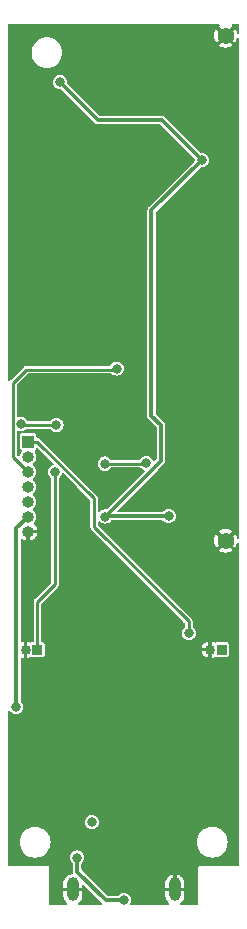
<source format=gbr>
%TF.GenerationSoftware,KiCad,Pcbnew,6.0.2*%
%TF.CreationDate,2022-05-05T15:49:36+02:00*%
%TF.ProjectId,espriktning,65737072-696b-4746-9e69-6e672e6b6963,rev?*%
%TF.SameCoordinates,Original*%
%TF.FileFunction,Copper,L2,Bot*%
%TF.FilePolarity,Positive*%
%FSLAX46Y46*%
G04 Gerber Fmt 4.6, Leading zero omitted, Abs format (unit mm)*
G04 Created by KiCad (PCBNEW 6.0.2) date 2022-05-05 15:49:36*
%MOMM*%
%LPD*%
G01*
G04 APERTURE LIST*
G04 Aperture macros list*
%AMRoundRect*
0 Rectangle with rounded corners*
0 $1 Rounding radius*
0 $2 $3 $4 $5 $6 $7 $8 $9 X,Y pos of 4 corners*
0 Add a 4 corners polygon primitive as box body*
4,1,4,$2,$3,$4,$5,$6,$7,$8,$9,$2,$3,0*
0 Add four circle primitives for the rounded corners*
1,1,$1+$1,$2,$3*
1,1,$1+$1,$4,$5*
1,1,$1+$1,$6,$7*
1,1,$1+$1,$8,$9*
0 Add four rect primitives between the rounded corners*
20,1,$1+$1,$2,$3,$4,$5,0*
20,1,$1+$1,$4,$5,$6,$7,0*
20,1,$1+$1,$6,$7,$8,$9,0*
20,1,$1+$1,$8,$9,$2,$3,0*%
G04 Aperture macros list end*
%TA.AperFunction,ComponentPad*%
%ADD10O,1.000000X1.000000*%
%TD*%
%TA.AperFunction,ComponentPad*%
%ADD11R,1.000000X1.000000*%
%TD*%
%TA.AperFunction,ComponentPad*%
%ADD12C,1.400000*%
%TD*%
%TA.AperFunction,ComponentPad*%
%ADD13RoundRect,0.500000X0.000000X-0.500000X0.000000X-0.500000X0.000000X0.500000X0.000000X0.500000X0*%
%TD*%
%TA.AperFunction,ComponentPad*%
%ADD14R,0.850000X0.850000*%
%TD*%
%TA.AperFunction,ComponentPad*%
%ADD15O,0.850000X0.850000*%
%TD*%
%TA.AperFunction,ViaPad*%
%ADD16C,0.800000*%
%TD*%
%TA.AperFunction,Conductor*%
%ADD17C,0.300000*%
%TD*%
%TA.AperFunction,Conductor*%
%ADD18C,0.350000*%
%TD*%
%TA.AperFunction,Conductor*%
%ADD19C,0.250000*%
%TD*%
G04 APERTURE END LIST*
D10*
%TO.P,J4,7,Pin_7*%
%TO.N,GND*%
X31900000Y-73195000D03*
%TO.P,J4,6,Pin_6*%
%TO.N,+5V*%
X31900000Y-71925000D03*
%TO.P,J4,5,Pin_5*%
%TO.N,+3V3*%
X31900000Y-70655000D03*
%TO.P,J4,4,Pin_4*%
%TO.N,ADC*%
X31900000Y-69385000D03*
%TO.P,J4,3,Pin_3*%
%TO.N,GPIO14*%
X31900000Y-68115000D03*
%TO.P,J4,2,Pin_2*%
%TO.N,RX*%
X31900000Y-66845000D03*
D11*
%TO.P,J4,1,Pin_1*%
%TO.N,TX*%
X31900000Y-65575000D03*
%TD*%
D12*
%TO.P,J7,1,Pin_1*%
%TO.N,GND*%
X48625000Y-31225000D03*
%TD*%
%TO.P,J6,1,Pin_1*%
%TO.N,GND*%
X48625000Y-73975000D03*
%TD*%
D13*
%TO.P,J1,S1,SHIELD*%
%TO.N,GND*%
X44320000Y-103500000D03*
X35680000Y-103500000D03*
%TD*%
D14*
%TO.P,SW1,1,1*%
%TO.N,RST*%
X32700000Y-83200000D03*
D15*
%TO.P,SW1,2,2*%
%TO.N,GND*%
X31700000Y-83200000D03*
%TD*%
D14*
%TO.P,SW2,1,1*%
%TO.N,GPIO0*%
X48300000Y-83200000D03*
D15*
%TO.P,SW2,2,2*%
%TO.N,GND*%
X47300000Y-83200000D03*
%TD*%
D16*
%TO.N,GND*%
X31400000Y-39500000D03*
X42350000Y-81900000D03*
X39400000Y-49850000D03*
X36300000Y-32700000D03*
X35050000Y-66100000D03*
X35350000Y-58100000D03*
X43200000Y-49850000D03*
X45450000Y-71150000D03*
X30950000Y-96000000D03*
X37050000Y-81900000D03*
X40900000Y-77900000D03*
X48950000Y-71150000D03*
X39400000Y-32700000D03*
X39400000Y-58100000D03*
X49300000Y-54100000D03*
X47625000Y-39675000D03*
X48600000Y-96600000D03*
X31850000Y-78000000D03*
X43150000Y-58100000D03*
X49300000Y-49850000D03*
X43150000Y-54100000D03*
X39400000Y-54100000D03*
X31050000Y-49850000D03*
X47700000Y-81900000D03*
X43800000Y-77900000D03*
X34300000Y-44400000D03*
X48800000Y-86900000D03*
X31900000Y-81900000D03*
X46400000Y-67100000D03*
X47650000Y-77900000D03*
X43425000Y-34875000D03*
X49300000Y-58100000D03*
X47350000Y-71150000D03*
X48950000Y-69900000D03*
X37100000Y-77900000D03*
X43200000Y-32700000D03*
X35300000Y-49850000D03*
X49350000Y-46700000D03*
X46650000Y-32650000D03*
X41300000Y-92700000D03*
X37650000Y-69275000D03*
X44100000Y-67100000D03*
X44100000Y-100800000D03*
X31050000Y-54150000D03*
X35350000Y-54150000D03*
X31050000Y-58100000D03*
%TO.N,+5V*%
X30900000Y-88050000D03*
X37300000Y-97800000D03*
X43800000Y-71900000D03*
X34600000Y-35150000D03*
X46600000Y-41750000D03*
X38425000Y-71925000D03*
%TO.N,GPIO14*%
X39400000Y-59400000D03*
%TO.N,TX*%
X45500000Y-81800000D03*
%TO.N,RST*%
X34300000Y-64175000D03*
X34175000Y-68150000D03*
X31297839Y-64089661D03*
%TO.N,+3V3*%
X38400000Y-67450000D03*
X41900000Y-67400000D03*
%TO.N,Net-(D19-Pad2)*%
X40000000Y-104400000D03*
X36050000Y-100800000D03*
%TD*%
D17*
%TO.N,+5V*%
X37800000Y-38350000D02*
X34600000Y-35150000D01*
X43200000Y-38350000D02*
X37800000Y-38350000D01*
X42350000Y-46000000D02*
X42350000Y-63390030D01*
X42649511Y-67710459D02*
X38434970Y-71925000D01*
X46600000Y-41750000D02*
X43200000Y-38350000D01*
X38434970Y-71925000D02*
X38425000Y-71925000D01*
X42350000Y-63390030D02*
X43150000Y-64190030D01*
D18*
X30900000Y-72925000D02*
X31900000Y-71925000D01*
D17*
X38450000Y-71900000D02*
X38425000Y-71925000D01*
X43800000Y-71900000D02*
X38450000Y-71900000D01*
X43150000Y-64190030D02*
X43150000Y-67200000D01*
X43150000Y-67200000D02*
X42649511Y-67700489D01*
X46600000Y-41750000D02*
X42350000Y-46000000D01*
D18*
X30900000Y-88050000D02*
X30900000Y-72925000D01*
D17*
X42649511Y-67700489D02*
X42649511Y-67710459D01*
D19*
%TO.N,GPIO14*%
X31762500Y-59487500D02*
X30650000Y-60600000D01*
X30650000Y-66865000D02*
X31900000Y-68115000D01*
X39400000Y-59400000D02*
X39312500Y-59487500D01*
X39312500Y-59487500D02*
X31762500Y-59487500D01*
X30650000Y-60600000D02*
X30650000Y-66865000D01*
%TO.N,TX*%
X37500000Y-70400000D02*
X32675000Y-65575000D01*
X45500000Y-81800000D02*
X45500000Y-80800000D01*
X37500000Y-72800000D02*
X37500000Y-70400000D01*
X45500000Y-80800000D02*
X37500000Y-72800000D01*
X32675000Y-65575000D02*
X31900000Y-65575000D01*
%TO.N,RST*%
X32700000Y-79150000D02*
X32700000Y-83200000D01*
X34200000Y-68400000D02*
X34200000Y-68700000D01*
X31297839Y-64089661D02*
X31383178Y-64175000D01*
X34200000Y-68400000D02*
X34200000Y-77650000D01*
X31383178Y-64175000D02*
X34300000Y-64175000D01*
X34200000Y-77650000D02*
X32700000Y-79150000D01*
%TO.N,+3V3*%
X41850000Y-67450000D02*
X38400000Y-67450000D01*
X41900000Y-67400000D02*
X41850000Y-67450000D01*
D18*
%TO.N,Net-(D19-Pad2)*%
X36050000Y-100800000D02*
X36050000Y-101991821D01*
X38458179Y-104400000D02*
X40000000Y-104400000D01*
X36050000Y-101991821D02*
X38458179Y-104400000D01*
%TD*%
%TA.AperFunction,Conductor*%
%TO.N,GND*%
G36*
X48083220Y-30218907D02*
G01*
X48119184Y-30268407D01*
X48119184Y-30329593D01*
X48079237Y-30381840D01*
X48071012Y-30387222D01*
X48043512Y-30409333D01*
X48036207Y-30420496D01*
X48036325Y-30422891D01*
X48038710Y-30426578D01*
X48613914Y-31001782D01*
X48625797Y-31007836D01*
X48630828Y-31007040D01*
X49208111Y-30429757D01*
X49214165Y-30417874D01*
X49213732Y-30415140D01*
X49211381Y-30412205D01*
X49190631Y-30395039D01*
X49182638Y-30389647D01*
X49176050Y-30386085D01*
X49133856Y-30341777D01*
X49125763Y-30281129D01*
X49154864Y-30227307D01*
X49210043Y-30200870D01*
X49223137Y-30200000D01*
X49701000Y-30200000D01*
X49759191Y-30218907D01*
X49795155Y-30268407D01*
X49800000Y-30299000D01*
X49800000Y-30986383D01*
X49781093Y-31044574D01*
X49731593Y-31080538D01*
X49670407Y-31080538D01*
X49620907Y-31044574D01*
X49606225Y-31014997D01*
X49555419Y-30846718D01*
X49551748Y-30837814D01*
X49464224Y-30673204D01*
X49458891Y-30665178D01*
X49440979Y-30643215D01*
X49429767Y-30635990D01*
X49427186Y-30636134D01*
X49423773Y-30638359D01*
X48848218Y-31213914D01*
X48842164Y-31225797D01*
X48842960Y-31230828D01*
X49421233Y-31809101D01*
X49433116Y-31815155D01*
X49436396Y-31814636D01*
X49438606Y-31812903D01*
X49442934Y-31807889D01*
X49448492Y-31800009D01*
X49540577Y-31637911D01*
X49544493Y-31629116D01*
X49603338Y-31452219D01*
X49604459Y-31447286D01*
X49635787Y-31394729D01*
X49692024Y-31370624D01*
X49751689Y-31384177D01*
X49791993Y-31430213D01*
X49800000Y-31469216D01*
X49800000Y-73736383D01*
X49781093Y-73794574D01*
X49731593Y-73830538D01*
X49670407Y-73830538D01*
X49620907Y-73794574D01*
X49606225Y-73764997D01*
X49555419Y-73596718D01*
X49551748Y-73587814D01*
X49464224Y-73423204D01*
X49458891Y-73415178D01*
X49440979Y-73393215D01*
X49429767Y-73385990D01*
X49427186Y-73386134D01*
X49423773Y-73388359D01*
X48848218Y-73963914D01*
X48842164Y-73975797D01*
X48842960Y-73980828D01*
X49421233Y-74559101D01*
X49433116Y-74565155D01*
X49436396Y-74564636D01*
X49438606Y-74562903D01*
X49442934Y-74557889D01*
X49448492Y-74550009D01*
X49540577Y-74387911D01*
X49544493Y-74379116D01*
X49603338Y-74202219D01*
X49604459Y-74197286D01*
X49635787Y-74144729D01*
X49692024Y-74120624D01*
X49751689Y-74134177D01*
X49791993Y-74180213D01*
X49800000Y-74219216D01*
X49800000Y-101401000D01*
X49781093Y-101459191D01*
X49731593Y-101495155D01*
X49701000Y-101500000D01*
X46505877Y-101500000D01*
X46454551Y-101499955D01*
X46444502Y-101504781D01*
X46444500Y-101504781D01*
X46443659Y-101505185D01*
X46422817Y-101512463D01*
X46421907Y-101512670D01*
X46421904Y-101512672D01*
X46411038Y-101515150D01*
X46402320Y-101522097D01*
X46401789Y-101522520D01*
X46382954Y-101534334D01*
X46382347Y-101534625D01*
X46382343Y-101534628D01*
X46372295Y-101539453D01*
X46364746Y-101548893D01*
X46349128Y-101564484D01*
X46339677Y-101572015D01*
X46334593Y-101582555D01*
X46334541Y-101582663D01*
X46322692Y-101601478D01*
X46322270Y-101602005D01*
X46322268Y-101602010D01*
X46315306Y-101610715D01*
X46312808Y-101621581D01*
X46312598Y-101622492D01*
X46305285Y-101643318D01*
X46300035Y-101654202D01*
X46300015Y-101677213D01*
X46298270Y-101677211D01*
X46298276Y-101677277D01*
X46300000Y-101677277D01*
X46300000Y-101694123D01*
X46299955Y-101745449D01*
X46299997Y-101745537D01*
X46300000Y-101745561D01*
X46300000Y-104701000D01*
X46281093Y-104759191D01*
X46231593Y-104795155D01*
X46201000Y-104800000D01*
X44882928Y-104800000D01*
X44824737Y-104781093D01*
X44788773Y-104731593D01*
X44788773Y-104670407D01*
X44821164Y-104623629D01*
X44884937Y-104572720D01*
X44892720Y-104564937D01*
X44997785Y-104433324D01*
X45003648Y-104424012D01*
X45076943Y-104272396D01*
X45080598Y-104262017D01*
X45118786Y-104096610D01*
X45119937Y-104088570D01*
X45120000Y-104086374D01*
X45120000Y-103665680D01*
X45115878Y-103652995D01*
X45111757Y-103650000D01*
X43535681Y-103650000D01*
X43522996Y-103654122D01*
X43520001Y-103658243D01*
X43520001Y-104086382D01*
X43520064Y-104088559D01*
X43521217Y-104096619D01*
X43559402Y-104262017D01*
X43563057Y-104272396D01*
X43636352Y-104424012D01*
X43642215Y-104433324D01*
X43747280Y-104564937D01*
X43755063Y-104572720D01*
X43818836Y-104623629D01*
X43852517Y-104674710D01*
X43849742Y-104735832D01*
X43811570Y-104783650D01*
X43757072Y-104800000D01*
X40632455Y-104800000D01*
X40574264Y-104781093D01*
X40538300Y-104731593D01*
X40538300Y-104670407D01*
X40540991Y-104663114D01*
X40551737Y-104637173D01*
X40585044Y-104556762D01*
X40605682Y-104400000D01*
X40585044Y-104243238D01*
X40524536Y-104097159D01*
X40428282Y-103971718D01*
X40302841Y-103875464D01*
X40156762Y-103814956D01*
X40000000Y-103794318D01*
X39843238Y-103814956D01*
X39697159Y-103875464D01*
X39571718Y-103971718D01*
X39567764Y-103976871D01*
X39560938Y-103985767D01*
X39510514Y-104020423D01*
X39482396Y-104024500D01*
X38654724Y-104024500D01*
X38596533Y-104005593D01*
X38584720Y-103995504D01*
X37923536Y-103334320D01*
X43520000Y-103334320D01*
X43524122Y-103347005D01*
X43528243Y-103350000D01*
X44154320Y-103350000D01*
X44167005Y-103345878D01*
X44170000Y-103341757D01*
X44170000Y-103334320D01*
X44470000Y-103334320D01*
X44474122Y-103347005D01*
X44478243Y-103350000D01*
X45104319Y-103350000D01*
X45117004Y-103345878D01*
X45119999Y-103341757D01*
X45119999Y-102913618D01*
X45119936Y-102911441D01*
X45118783Y-102903381D01*
X45080598Y-102737983D01*
X45076943Y-102727604D01*
X45003648Y-102575988D01*
X44997785Y-102566676D01*
X44892720Y-102435063D01*
X44884937Y-102427280D01*
X44753324Y-102322215D01*
X44744012Y-102316352D01*
X44592396Y-102243057D01*
X44582018Y-102239402D01*
X44485277Y-102217068D01*
X44472447Y-102218190D01*
X44470000Y-102227015D01*
X44470000Y-103334320D01*
X44170000Y-103334320D01*
X44170000Y-102229221D01*
X44166020Y-102216971D01*
X44156873Y-102216572D01*
X44057982Y-102239402D01*
X44047604Y-102243057D01*
X43895988Y-102316352D01*
X43886676Y-102322215D01*
X43755063Y-102427280D01*
X43747280Y-102435063D01*
X43642215Y-102566676D01*
X43636352Y-102575988D01*
X43563057Y-102727604D01*
X43559402Y-102737983D01*
X43521214Y-102903390D01*
X43520063Y-102911430D01*
X43520000Y-102913627D01*
X43520000Y-103334320D01*
X37923536Y-103334320D01*
X36454496Y-101865280D01*
X36426719Y-101810763D01*
X36425500Y-101795276D01*
X36425500Y-101317604D01*
X36444407Y-101259413D01*
X36464233Y-101239062D01*
X36473129Y-101232236D01*
X36478282Y-101228282D01*
X36574536Y-101102841D01*
X36635044Y-100956762D01*
X36655682Y-100800000D01*
X36635044Y-100643238D01*
X36574536Y-100497159D01*
X36478282Y-100371718D01*
X36352841Y-100275464D01*
X36206762Y-100214956D01*
X36050000Y-100194318D01*
X35893238Y-100214956D01*
X35747159Y-100275464D01*
X35621718Y-100371718D01*
X35525464Y-100497159D01*
X35464956Y-100643238D01*
X35444318Y-100800000D01*
X35464956Y-100956762D01*
X35525464Y-101102841D01*
X35621718Y-101228282D01*
X35626871Y-101232236D01*
X35635767Y-101239062D01*
X35670423Y-101289486D01*
X35674500Y-101317604D01*
X35674500Y-101941197D01*
X35672283Y-101962033D01*
X35669731Y-101973887D01*
X35670692Y-101982008D01*
X35670692Y-101982011D01*
X35673814Y-102008385D01*
X35674275Y-102016208D01*
X35674500Y-102018931D01*
X35674500Y-102023014D01*
X35675170Y-102027040D01*
X35675171Y-102027051D01*
X35677735Y-102042454D01*
X35678393Y-102047074D01*
X35683427Y-102089610D01*
X35671490Y-102149619D01*
X35626559Y-102191152D01*
X35595729Y-102198850D01*
X35595813Y-102199438D01*
X35583381Y-102201217D01*
X35417983Y-102239402D01*
X35407604Y-102243057D01*
X35255988Y-102316352D01*
X35246676Y-102322215D01*
X35115063Y-102427280D01*
X35107280Y-102435063D01*
X35002215Y-102566676D01*
X34996352Y-102575988D01*
X34923057Y-102727604D01*
X34919402Y-102737983D01*
X34881214Y-102903390D01*
X34880063Y-102911430D01*
X34880000Y-102913627D01*
X34880000Y-103334320D01*
X34884122Y-103347005D01*
X34888243Y-103350000D01*
X36464319Y-103350000D01*
X36477004Y-103345878D01*
X36479999Y-103341757D01*
X36479999Y-103191865D01*
X36498906Y-103133674D01*
X36548406Y-103097710D01*
X36609592Y-103097710D01*
X36649003Y-103121861D01*
X38156867Y-104629725D01*
X38170019Y-104646007D01*
X38170845Y-104647286D01*
X38186535Y-104706422D01*
X38164469Y-104763490D01*
X38113074Y-104796689D01*
X38087684Y-104800000D01*
X36242928Y-104800000D01*
X36184737Y-104781093D01*
X36148773Y-104731593D01*
X36148773Y-104670407D01*
X36181164Y-104623629D01*
X36244937Y-104572720D01*
X36252720Y-104564937D01*
X36357785Y-104433324D01*
X36363648Y-104424012D01*
X36436943Y-104272396D01*
X36440598Y-104262017D01*
X36478786Y-104096610D01*
X36479937Y-104088570D01*
X36480000Y-104086374D01*
X36480000Y-103665680D01*
X36475878Y-103652995D01*
X36471757Y-103650000D01*
X34895681Y-103650000D01*
X34882996Y-103654122D01*
X34880001Y-103658243D01*
X34880001Y-104086382D01*
X34880064Y-104088559D01*
X34881217Y-104096619D01*
X34919402Y-104262017D01*
X34923057Y-104272396D01*
X34996352Y-104424012D01*
X35002215Y-104433324D01*
X35107280Y-104564937D01*
X35115063Y-104572720D01*
X35178836Y-104623629D01*
X35212517Y-104674710D01*
X35209742Y-104735832D01*
X35171570Y-104783650D01*
X35117072Y-104800000D01*
X33799000Y-104800000D01*
X33740809Y-104781093D01*
X33704845Y-104731593D01*
X33700000Y-104701000D01*
X33700000Y-101705877D01*
X33700035Y-101665700D01*
X33700045Y-101654551D01*
X33695058Y-101644164D01*
X33694815Y-101643659D01*
X33687537Y-101622817D01*
X33687330Y-101621907D01*
X33687328Y-101621904D01*
X33684850Y-101611038D01*
X33677480Y-101601789D01*
X33665666Y-101582954D01*
X33665375Y-101582347D01*
X33665372Y-101582343D01*
X33660547Y-101572295D01*
X33651107Y-101564746D01*
X33635516Y-101549128D01*
X33627985Y-101539677D01*
X33617337Y-101534541D01*
X33598522Y-101522692D01*
X33597995Y-101522270D01*
X33597990Y-101522268D01*
X33589285Y-101515306D01*
X33577508Y-101512598D01*
X33556682Y-101505285D01*
X33555836Y-101504877D01*
X33545798Y-101500035D01*
X33534653Y-101500025D01*
X33534652Y-101500025D01*
X33522787Y-101500015D01*
X33522789Y-101498270D01*
X33522723Y-101498276D01*
X33522723Y-101500000D01*
X33505877Y-101500000D01*
X33454840Y-101499955D01*
X33454551Y-101499955D01*
X33454463Y-101499997D01*
X33454439Y-101500000D01*
X30299000Y-101500000D01*
X30240809Y-101481093D01*
X30204845Y-101431593D01*
X30200000Y-101401000D01*
X30200000Y-99500000D01*
X31194532Y-99500000D01*
X31214365Y-99726692D01*
X31273261Y-99946496D01*
X31369432Y-100152734D01*
X31371913Y-100156277D01*
X31371914Y-100156279D01*
X31455368Y-100275464D01*
X31499953Y-100339139D01*
X31660861Y-100500047D01*
X31847266Y-100630568D01*
X32053504Y-100726739D01*
X32142563Y-100750602D01*
X32269131Y-100784516D01*
X32269133Y-100784516D01*
X32273308Y-100785635D01*
X32317795Y-100789527D01*
X32441050Y-100800311D01*
X32441061Y-100800311D01*
X32443216Y-100800500D01*
X32556784Y-100800500D01*
X32558939Y-100800311D01*
X32558950Y-100800311D01*
X32682205Y-100789527D01*
X32726692Y-100785635D01*
X32730867Y-100784516D01*
X32730869Y-100784516D01*
X32857437Y-100750602D01*
X32946496Y-100726739D01*
X33152734Y-100630568D01*
X33339139Y-100500047D01*
X33500047Y-100339139D01*
X33544633Y-100275464D01*
X33628086Y-100156279D01*
X33628087Y-100156277D01*
X33630568Y-100152734D01*
X33726739Y-99946496D01*
X33785635Y-99726692D01*
X33805468Y-99500000D01*
X46194532Y-99500000D01*
X46214365Y-99726692D01*
X46273261Y-99946496D01*
X46369432Y-100152734D01*
X46371913Y-100156277D01*
X46371914Y-100156279D01*
X46455368Y-100275464D01*
X46499953Y-100339139D01*
X46660861Y-100500047D01*
X46847266Y-100630568D01*
X47053504Y-100726739D01*
X47142563Y-100750602D01*
X47269131Y-100784516D01*
X47269133Y-100784516D01*
X47273308Y-100785635D01*
X47317795Y-100789527D01*
X47441050Y-100800311D01*
X47441061Y-100800311D01*
X47443216Y-100800500D01*
X47556784Y-100800500D01*
X47558939Y-100800311D01*
X47558950Y-100800311D01*
X47682205Y-100789527D01*
X47726692Y-100785635D01*
X47730867Y-100784516D01*
X47730869Y-100784516D01*
X47857437Y-100750602D01*
X47946496Y-100726739D01*
X48152734Y-100630568D01*
X48339139Y-100500047D01*
X48500047Y-100339139D01*
X48544633Y-100275464D01*
X48628086Y-100156279D01*
X48628087Y-100156277D01*
X48630568Y-100152734D01*
X48726739Y-99946496D01*
X48785635Y-99726692D01*
X48805468Y-99500000D01*
X48785635Y-99273308D01*
X48726739Y-99053504D01*
X48630568Y-98847266D01*
X48500047Y-98660861D01*
X48339139Y-98499953D01*
X48203296Y-98404835D01*
X48156279Y-98371914D01*
X48156277Y-98371913D01*
X48152734Y-98369432D01*
X47946496Y-98273261D01*
X47793388Y-98232236D01*
X47730869Y-98215484D01*
X47730867Y-98215484D01*
X47726692Y-98214365D01*
X47682205Y-98210473D01*
X47558950Y-98199689D01*
X47558939Y-98199689D01*
X47556784Y-98199500D01*
X47443216Y-98199500D01*
X47441061Y-98199689D01*
X47441050Y-98199689D01*
X47317795Y-98210473D01*
X47273308Y-98214365D01*
X47269133Y-98215484D01*
X47269131Y-98215484D01*
X47206612Y-98232236D01*
X47053504Y-98273261D01*
X46847266Y-98369432D01*
X46843723Y-98371913D01*
X46843721Y-98371914D01*
X46796705Y-98404835D01*
X46660861Y-98499953D01*
X46499953Y-98660861D01*
X46369432Y-98847266D01*
X46273261Y-99053504D01*
X46214365Y-99273308D01*
X46194532Y-99500000D01*
X33805468Y-99500000D01*
X33785635Y-99273308D01*
X33726739Y-99053504D01*
X33630568Y-98847266D01*
X33500047Y-98660861D01*
X33339139Y-98499953D01*
X33203296Y-98404835D01*
X33156279Y-98371914D01*
X33156277Y-98371913D01*
X33152734Y-98369432D01*
X32946496Y-98273261D01*
X32793388Y-98232236D01*
X32730869Y-98215484D01*
X32730867Y-98215484D01*
X32726692Y-98214365D01*
X32682205Y-98210473D01*
X32558950Y-98199689D01*
X32558939Y-98199689D01*
X32556784Y-98199500D01*
X32443216Y-98199500D01*
X32441061Y-98199689D01*
X32441050Y-98199689D01*
X32317795Y-98210473D01*
X32273308Y-98214365D01*
X32269133Y-98215484D01*
X32269131Y-98215484D01*
X32206612Y-98232236D01*
X32053504Y-98273261D01*
X31847266Y-98369432D01*
X31843723Y-98371913D01*
X31843721Y-98371914D01*
X31796705Y-98404835D01*
X31660861Y-98499953D01*
X31499953Y-98660861D01*
X31369432Y-98847266D01*
X31273261Y-99053504D01*
X31214365Y-99273308D01*
X31194532Y-99500000D01*
X30200000Y-99500000D01*
X30200000Y-97800000D01*
X36694318Y-97800000D01*
X36714956Y-97956762D01*
X36775464Y-98102841D01*
X36871718Y-98228282D01*
X36997159Y-98324536D01*
X37143238Y-98385044D01*
X37300000Y-98405682D01*
X37456762Y-98385044D01*
X37602841Y-98324536D01*
X37728282Y-98228282D01*
X37824536Y-98102841D01*
X37885044Y-97956762D01*
X37905682Y-97800000D01*
X37885044Y-97643238D01*
X37824536Y-97497159D01*
X37728282Y-97371718D01*
X37602841Y-97275464D01*
X37456762Y-97214956D01*
X37300000Y-97194318D01*
X37143238Y-97214956D01*
X36997159Y-97275464D01*
X36871718Y-97371718D01*
X36775464Y-97497159D01*
X36714956Y-97643238D01*
X36694318Y-97800000D01*
X30200000Y-97800000D01*
X30200000Y-88415816D01*
X30218907Y-88357625D01*
X30268407Y-88321661D01*
X30329593Y-88321661D01*
X30377542Y-88355549D01*
X30471718Y-88478282D01*
X30597159Y-88574536D01*
X30743238Y-88635044D01*
X30900000Y-88655682D01*
X31056762Y-88635044D01*
X31202841Y-88574536D01*
X31328282Y-88478282D01*
X31424536Y-88352841D01*
X31485044Y-88206762D01*
X31505682Y-88050000D01*
X31485044Y-87893238D01*
X31424536Y-87747159D01*
X31328282Y-87621718D01*
X31314233Y-87610938D01*
X31279577Y-87560514D01*
X31275500Y-87532396D01*
X31275500Y-83958128D01*
X31294407Y-83899937D01*
X31343907Y-83863973D01*
X31409009Y-83865337D01*
X31518310Y-83905986D01*
X31528986Y-83908647D01*
X31534456Y-83909377D01*
X31547577Y-83906969D01*
X31548783Y-83905702D01*
X31550000Y-83900347D01*
X31550000Y-82502412D01*
X31545878Y-82489727D01*
X31543864Y-82488263D01*
X31542894Y-82488161D01*
X31538092Y-82489217D01*
X31406404Y-82534047D01*
X31345225Y-82534902D01*
X31295228Y-82499632D01*
X31275500Y-82440329D01*
X31275500Y-73925553D01*
X31294407Y-73867362D01*
X31343907Y-73831398D01*
X31405093Y-73831398D01*
X31428709Y-73842713D01*
X31532390Y-73910560D01*
X31542198Y-73915514D01*
X31700051Y-73974219D01*
X31710727Y-73976880D01*
X31734456Y-73980046D01*
X31747576Y-73977638D01*
X31748783Y-73976371D01*
X31750000Y-73971015D01*
X31750000Y-73969020D01*
X32050000Y-73969020D01*
X32054122Y-73981705D01*
X32056437Y-73983388D01*
X32058703Y-73983642D01*
X32067138Y-73981910D01*
X32227310Y-73929868D01*
X32237333Y-73925321D01*
X32381989Y-73839088D01*
X32390746Y-73832441D01*
X32512701Y-73716304D01*
X32519778Y-73707871D01*
X32612972Y-73567602D01*
X32617999Y-73557821D01*
X32677806Y-73400379D01*
X32680539Y-73389733D01*
X32684644Y-73360528D01*
X32682328Y-73347392D01*
X32681202Y-73346305D01*
X32675548Y-73345000D01*
X32065680Y-73345000D01*
X32052995Y-73349122D01*
X32050000Y-73353243D01*
X32050000Y-73969020D01*
X31750000Y-73969020D01*
X31750000Y-73144000D01*
X31768907Y-73085809D01*
X31818407Y-73049845D01*
X31849000Y-73045000D01*
X32672557Y-73045000D01*
X32685242Y-73040878D01*
X32686598Y-73039012D01*
X32687058Y-73034487D01*
X32685673Y-73022145D01*
X32683234Y-73011408D01*
X32627851Y-72852371D01*
X32623099Y-72842452D01*
X32533854Y-72699630D01*
X32527024Y-72691013D01*
X32408356Y-72571514D01*
X32405308Y-72569063D01*
X32371803Y-72517867D01*
X32374788Y-72456754D01*
X32403042Y-72416625D01*
X32414887Y-72406508D01*
X32419423Y-72402634D01*
X32454886Y-72353282D01*
X32514877Y-72269796D01*
X32514878Y-72269794D01*
X32518361Y-72264947D01*
X32578603Y-72115093D01*
X32579377Y-72113167D01*
X32579378Y-72113165D01*
X32581601Y-72107634D01*
X32582442Y-72101727D01*
X32605034Y-71942985D01*
X32605034Y-71942979D01*
X32605490Y-71939778D01*
X32605645Y-71925000D01*
X32585276Y-71756680D01*
X32525345Y-71598077D01*
X32521176Y-71592010D01*
X32432692Y-71463267D01*
X32429312Y-71458349D01*
X32322554Y-71363230D01*
X32291684Y-71310404D01*
X32297761Y-71249521D01*
X32324117Y-71214034D01*
X32414884Y-71136512D01*
X32414890Y-71136506D01*
X32419423Y-71132634D01*
X32422904Y-71127790D01*
X32514877Y-70999796D01*
X32514878Y-70999794D01*
X32518361Y-70994947D01*
X32581601Y-70837634D01*
X32605490Y-70669778D01*
X32605645Y-70655000D01*
X32594191Y-70560348D01*
X32585993Y-70492602D01*
X32585992Y-70492599D01*
X32585276Y-70486680D01*
X32525345Y-70328077D01*
X32497083Y-70286955D01*
X32432692Y-70193267D01*
X32429312Y-70188349D01*
X32322554Y-70093230D01*
X32291684Y-70040404D01*
X32297761Y-69979521D01*
X32324117Y-69944034D01*
X32414884Y-69866512D01*
X32414890Y-69866506D01*
X32419423Y-69862634D01*
X32422904Y-69857790D01*
X32514877Y-69729796D01*
X32514878Y-69729794D01*
X32518361Y-69724947D01*
X32581601Y-69567634D01*
X32605490Y-69399778D01*
X32605645Y-69385000D01*
X32585276Y-69216680D01*
X32525345Y-69058077D01*
X32429312Y-68918349D01*
X32322554Y-68823230D01*
X32291684Y-68770404D01*
X32297761Y-68709521D01*
X32324117Y-68674034D01*
X32414884Y-68596512D01*
X32414890Y-68596506D01*
X32419423Y-68592634D01*
X32426897Y-68582233D01*
X32514877Y-68459796D01*
X32514878Y-68459794D01*
X32518361Y-68454947D01*
X32581601Y-68297634D01*
X32585505Y-68270204D01*
X32605034Y-68132985D01*
X32605034Y-68132979D01*
X32605490Y-68129778D01*
X32605645Y-68115000D01*
X32590785Y-67992204D01*
X32585993Y-67952602D01*
X32585992Y-67952599D01*
X32585276Y-67946680D01*
X32525345Y-67788077D01*
X32519504Y-67779577D01*
X32432692Y-67653267D01*
X32429312Y-67648349D01*
X32322554Y-67553230D01*
X32291684Y-67500404D01*
X32297761Y-67439521D01*
X32324117Y-67404034D01*
X32414884Y-67326512D01*
X32414890Y-67326506D01*
X32419423Y-67322634D01*
X32422904Y-67317790D01*
X32514877Y-67189796D01*
X32514878Y-67189794D01*
X32518361Y-67184947D01*
X32549188Y-67108265D01*
X32579377Y-67033167D01*
X32579378Y-67033165D01*
X32581601Y-67027634D01*
X32583006Y-67017764D01*
X32605034Y-66862985D01*
X32605034Y-66862979D01*
X32605490Y-66859778D01*
X32605645Y-66845000D01*
X32592583Y-66737065D01*
X32585993Y-66682602D01*
X32585992Y-66682599D01*
X32585276Y-66676680D01*
X32525345Y-66518077D01*
X32447051Y-66404159D01*
X32429673Y-66345494D01*
X32450097Y-66287818D01*
X32479275Y-66265429D01*
X32478231Y-66263867D01*
X32536442Y-66224971D01*
X32544552Y-66219552D01*
X32588867Y-66153231D01*
X32590674Y-66144149D01*
X32630208Y-66097859D01*
X32689703Y-66083575D01*
X32746231Y-66106989D01*
X32751940Y-66112266D01*
X34045269Y-67405595D01*
X34073046Y-67460112D01*
X34063475Y-67520544D01*
X34020210Y-67563809D01*
X34013151Y-67567063D01*
X33872159Y-67625464D01*
X33746718Y-67721718D01*
X33650464Y-67847159D01*
X33589956Y-67993238D01*
X33589109Y-67999674D01*
X33571998Y-68129647D01*
X33569318Y-68150000D01*
X33589956Y-68306762D01*
X33650464Y-68452841D01*
X33746718Y-68578282D01*
X33785767Y-68608245D01*
X33835768Y-68646612D01*
X33870423Y-68697037D01*
X33874500Y-68725154D01*
X33874500Y-77474165D01*
X33855593Y-77532356D01*
X33845504Y-77544169D01*
X32482943Y-78906731D01*
X32476576Y-78912565D01*
X32446806Y-78937545D01*
X32442477Y-78945044D01*
X32427373Y-78971205D01*
X32422732Y-78978489D01*
X32400446Y-79010316D01*
X32398204Y-79018684D01*
X32395738Y-79023971D01*
X32393742Y-79029456D01*
X32389412Y-79036955D01*
X32387909Y-79045481D01*
X32387908Y-79045483D01*
X32382666Y-79075216D01*
X32380796Y-79083650D01*
X32370736Y-79121193D01*
X32371491Y-79129822D01*
X32374123Y-79159905D01*
X32374500Y-79168534D01*
X32374500Y-82475500D01*
X32355593Y-82533691D01*
X32306093Y-82569655D01*
X32275500Y-82574500D01*
X32255252Y-82574500D01*
X32229005Y-82579721D01*
X32206334Y-82584230D01*
X32206332Y-82584231D01*
X32196769Y-82586133D01*
X32188660Y-82591551D01*
X32179654Y-82595282D01*
X32178115Y-82591568D01*
X32137397Y-82603029D01*
X32088287Y-82587696D01*
X32024500Y-82547215D01*
X32014619Y-82542396D01*
X31871816Y-82491546D01*
X31864380Y-82489802D01*
X31852485Y-82492157D01*
X31851045Y-82493712D01*
X31850000Y-82498463D01*
X31850000Y-83897934D01*
X31853521Y-83908769D01*
X31864912Y-83908769D01*
X31996135Y-83866132D01*
X32006148Y-83861590D01*
X32090932Y-83811049D01*
X32150597Y-83797493D01*
X32178539Y-83807409D01*
X32179654Y-83804718D01*
X32188660Y-83808449D01*
X32196769Y-83813867D01*
X32206332Y-83815769D01*
X32206334Y-83815770D01*
X32229005Y-83820279D01*
X32255252Y-83825500D01*
X33144748Y-83825500D01*
X33170995Y-83820279D01*
X33193666Y-83815770D01*
X33193668Y-83815769D01*
X33203231Y-83813867D01*
X33269552Y-83769552D01*
X33313867Y-83703231D01*
X33325500Y-83644748D01*
X33325500Y-83355912D01*
X46587884Y-83355912D01*
X46588102Y-83356938D01*
X46635950Y-83500775D01*
X46640564Y-83510761D01*
X46719087Y-83640417D01*
X46725805Y-83649140D01*
X46831099Y-83758174D01*
X46839572Y-83765185D01*
X46966420Y-83848192D01*
X46976228Y-83853146D01*
X47118310Y-83905986D01*
X47128986Y-83908647D01*
X47134456Y-83909377D01*
X47147577Y-83906969D01*
X47148783Y-83905702D01*
X47150000Y-83900347D01*
X47150000Y-83897934D01*
X47450000Y-83897934D01*
X47453521Y-83908769D01*
X47464912Y-83908769D01*
X47596135Y-83866132D01*
X47606148Y-83861590D01*
X47690932Y-83811049D01*
X47750597Y-83797493D01*
X47778539Y-83807409D01*
X47779654Y-83804718D01*
X47788660Y-83808449D01*
X47796769Y-83813867D01*
X47806332Y-83815769D01*
X47806334Y-83815770D01*
X47829005Y-83820279D01*
X47855252Y-83825500D01*
X48744748Y-83825500D01*
X48770995Y-83820279D01*
X48793666Y-83815770D01*
X48793668Y-83815769D01*
X48803231Y-83813867D01*
X48869552Y-83769552D01*
X48913867Y-83703231D01*
X48925500Y-83644748D01*
X48925500Y-82755252D01*
X48913867Y-82696769D01*
X48869552Y-82630448D01*
X48803231Y-82586133D01*
X48793668Y-82584231D01*
X48793666Y-82584230D01*
X48770995Y-82579721D01*
X48744748Y-82574500D01*
X47855252Y-82574500D01*
X47829005Y-82579721D01*
X47806334Y-82584230D01*
X47806332Y-82584231D01*
X47796769Y-82586133D01*
X47788660Y-82591551D01*
X47779654Y-82595282D01*
X47778115Y-82591568D01*
X47737397Y-82603029D01*
X47688287Y-82587696D01*
X47624500Y-82547215D01*
X47614619Y-82542396D01*
X47471816Y-82491546D01*
X47464380Y-82489802D01*
X47452485Y-82492157D01*
X47451045Y-82493712D01*
X47450000Y-82498463D01*
X47450000Y-83897934D01*
X47150000Y-83897934D01*
X47150000Y-83365680D01*
X47145878Y-83352995D01*
X47141757Y-83350000D01*
X46601870Y-83350000D01*
X46589185Y-83354122D01*
X46587884Y-83355912D01*
X33325500Y-83355912D01*
X33325500Y-83034445D01*
X46590112Y-83034445D01*
X46592611Y-83047545D01*
X46594022Y-83048870D01*
X46599078Y-83050000D01*
X47134320Y-83050000D01*
X47147005Y-83045878D01*
X47150000Y-83041757D01*
X47150000Y-82502412D01*
X47145878Y-82489727D01*
X47143864Y-82488263D01*
X47142894Y-82488161D01*
X47138092Y-82489217D01*
X46994599Y-82538065D01*
X46984642Y-82542750D01*
X46855530Y-82622181D01*
X46846871Y-82628946D01*
X46738561Y-82735012D01*
X46731616Y-82743527D01*
X46649495Y-82870953D01*
X46644609Y-82880795D01*
X46592761Y-83023247D01*
X46590177Y-83033929D01*
X46590112Y-83034445D01*
X33325500Y-83034445D01*
X33325500Y-82755252D01*
X33313867Y-82696769D01*
X33269552Y-82630448D01*
X33203231Y-82586133D01*
X33193668Y-82584231D01*
X33193666Y-82584230D01*
X33170995Y-82579721D01*
X33144748Y-82574500D01*
X33124500Y-82574500D01*
X33066309Y-82555593D01*
X33030345Y-82506093D01*
X33025500Y-82475500D01*
X33025500Y-79325834D01*
X33044407Y-79267643D01*
X33054496Y-79255830D01*
X34417069Y-77893258D01*
X34423424Y-77887435D01*
X34453194Y-77862455D01*
X34472636Y-77828781D01*
X34477261Y-77821522D01*
X34494587Y-77796778D01*
X34494587Y-77796777D01*
X34499554Y-77789684D01*
X34501795Y-77781322D01*
X34504258Y-77776040D01*
X34506257Y-77770546D01*
X34510588Y-77763045D01*
X34517337Y-77724771D01*
X34519206Y-77716344D01*
X34527022Y-77687173D01*
X34527022Y-77687170D01*
X34529263Y-77678807D01*
X34525877Y-77640103D01*
X34525500Y-77631475D01*
X34525500Y-68686787D01*
X34544407Y-68628596D01*
X34564233Y-68608245D01*
X34598129Y-68582236D01*
X34603282Y-68578282D01*
X34699536Y-68452841D01*
X34757937Y-68311849D01*
X34797674Y-68265324D01*
X34857169Y-68251040D01*
X34913696Y-68274455D01*
X34919404Y-68279730D01*
X36036218Y-69396545D01*
X37145504Y-70505831D01*
X37173281Y-70560348D01*
X37174500Y-70575835D01*
X37174500Y-72781466D01*
X37174123Y-72790095D01*
X37170736Y-72828807D01*
X37172978Y-72837174D01*
X37180796Y-72866349D01*
X37182666Y-72874783D01*
X37189412Y-72913045D01*
X37193742Y-72920544D01*
X37195738Y-72926029D01*
X37198204Y-72931316D01*
X37200446Y-72939684D01*
X37221013Y-72969056D01*
X37222732Y-72971511D01*
X37227371Y-72978792D01*
X37246806Y-73012455D01*
X37276571Y-73037431D01*
X37282939Y-73043265D01*
X45145504Y-80905831D01*
X45173281Y-80960348D01*
X45174500Y-80975835D01*
X45174500Y-81244030D01*
X45155593Y-81302221D01*
X45135768Y-81322571D01*
X45071718Y-81371718D01*
X44975464Y-81497159D01*
X44914956Y-81643238D01*
X44894318Y-81800000D01*
X44914956Y-81956762D01*
X44975464Y-82102841D01*
X45071718Y-82228282D01*
X45197159Y-82324536D01*
X45343238Y-82385044D01*
X45500000Y-82405682D01*
X45656762Y-82385044D01*
X45802841Y-82324536D01*
X45928282Y-82228282D01*
X46024536Y-82102841D01*
X46085044Y-81956762D01*
X46105682Y-81800000D01*
X46085044Y-81643238D01*
X46024536Y-81497159D01*
X45928282Y-81371718D01*
X45864233Y-81322571D01*
X45829577Y-81272148D01*
X45825500Y-81244030D01*
X45825500Y-80818522D01*
X45825877Y-80809893D01*
X45828508Y-80779822D01*
X45829263Y-80771193D01*
X45819205Y-80733657D01*
X45817337Y-80725231D01*
X45815716Y-80716038D01*
X45810588Y-80686955D01*
X45806255Y-80679450D01*
X45804262Y-80673973D01*
X45801795Y-80668682D01*
X45799553Y-80660316D01*
X45777264Y-80628484D01*
X45772628Y-80621206D01*
X45757524Y-80595044D01*
X45757523Y-80595042D01*
X45753194Y-80587545D01*
X45723436Y-80562575D01*
X45717068Y-80556741D01*
X39943078Y-74782752D01*
X48035209Y-74782752D01*
X48035699Y-74785851D01*
X48037635Y-74788302D01*
X48047836Y-74796984D01*
X48055754Y-74802486D01*
X48218488Y-74893435D01*
X48227316Y-74897292D01*
X48404627Y-74954904D01*
X48414027Y-74956971D01*
X48599155Y-74979046D01*
X48608781Y-74979248D01*
X48794659Y-74964945D01*
X48804153Y-74963271D01*
X48983705Y-74913139D01*
X48992702Y-74909649D01*
X49159095Y-74825599D01*
X49167238Y-74820431D01*
X49206002Y-74790145D01*
X49213462Y-74779087D01*
X49213391Y-74777059D01*
X49210695Y-74772827D01*
X48636086Y-74198218D01*
X48624203Y-74192164D01*
X48619172Y-74192960D01*
X48041263Y-74770869D01*
X48035209Y-74782752D01*
X39943078Y-74782752D01*
X39126116Y-73965790D01*
X47620664Y-73965790D01*
X47636264Y-74151574D01*
X47638002Y-74161042D01*
X47689388Y-74340248D01*
X47692939Y-74349216D01*
X47778153Y-74515025D01*
X47783373Y-74523124D01*
X47809611Y-74556228D01*
X47820722Y-74563610D01*
X47822932Y-74563517D01*
X47826894Y-74560974D01*
X48401782Y-73986086D01*
X48407836Y-73974203D01*
X48407040Y-73969172D01*
X47829461Y-73391593D01*
X47817578Y-73385539D01*
X47814660Y-73386001D01*
X47811969Y-73388142D01*
X47799003Y-73403593D01*
X47793562Y-73411541D01*
X47703752Y-73574905D01*
X47699952Y-73583769D01*
X47643583Y-73761467D01*
X47641579Y-73770895D01*
X47620798Y-73956162D01*
X47620664Y-73965790D01*
X39126116Y-73965790D01*
X38330822Y-73170496D01*
X48036207Y-73170496D01*
X48036325Y-73172891D01*
X48038710Y-73176578D01*
X48613914Y-73751782D01*
X48625797Y-73757836D01*
X48630828Y-73757040D01*
X49208111Y-73179757D01*
X49214165Y-73167874D01*
X49213732Y-73165140D01*
X49211381Y-73162205D01*
X49190631Y-73145039D01*
X49182638Y-73139647D01*
X49018645Y-73050976D01*
X49009774Y-73047247D01*
X48831673Y-72992116D01*
X48822239Y-72990179D01*
X48636831Y-72970691D01*
X48627193Y-72970624D01*
X48441532Y-72987520D01*
X48432066Y-72989326D01*
X48253228Y-73041962D01*
X48244287Y-73045575D01*
X48079084Y-73131940D01*
X48071008Y-73137225D01*
X48043512Y-73159333D01*
X48036207Y-73170496D01*
X38330822Y-73170496D01*
X37854496Y-72694170D01*
X37826719Y-72639653D01*
X37825500Y-72624166D01*
X37825500Y-72419873D01*
X37844407Y-72361682D01*
X37893907Y-72325718D01*
X37955093Y-72325718D01*
X37993740Y-72349401D01*
X37996718Y-72353282D01*
X38122159Y-72449536D01*
X38268238Y-72510044D01*
X38425000Y-72530682D01*
X38581762Y-72510044D01*
X38727841Y-72449536D01*
X38853282Y-72353282D01*
X38902429Y-72289233D01*
X38952852Y-72254577D01*
X38980970Y-72250500D01*
X43263213Y-72250500D01*
X43321404Y-72269407D01*
X43341754Y-72289232D01*
X43371718Y-72328282D01*
X43497159Y-72424536D01*
X43643238Y-72485044D01*
X43800000Y-72505682D01*
X43956762Y-72485044D01*
X44102841Y-72424536D01*
X44228282Y-72328282D01*
X44324536Y-72202841D01*
X44385044Y-72056762D01*
X44405682Y-71900000D01*
X44385044Y-71743238D01*
X44324536Y-71597159D01*
X44228282Y-71471718D01*
X44102841Y-71375464D01*
X43956762Y-71314956D01*
X43800000Y-71294318D01*
X43643238Y-71314956D01*
X43497159Y-71375464D01*
X43371718Y-71471718D01*
X43367764Y-71476871D01*
X43341755Y-71510767D01*
X43291331Y-71545423D01*
X43263213Y-71549500D01*
X39545160Y-71549500D01*
X39486969Y-71530593D01*
X39451005Y-71481093D01*
X39451005Y-71419907D01*
X39475156Y-71380496D01*
X42863448Y-67992204D01*
X42879751Y-67979039D01*
X42881785Y-67977726D01*
X42881789Y-67977723D01*
X42888663Y-67973284D01*
X42908496Y-67948127D01*
X42912410Y-67943722D01*
X42912409Y-67943721D01*
X42915062Y-67940590D01*
X42917939Y-67937713D01*
X42928555Y-67922858D01*
X42931347Y-67919139D01*
X42945626Y-67901027D01*
X42953367Y-67892315D01*
X43363937Y-67481745D01*
X43380240Y-67468580D01*
X43382274Y-67467267D01*
X43382278Y-67467264D01*
X43389152Y-67462825D01*
X43408985Y-67437668D01*
X43412899Y-67433263D01*
X43412898Y-67433262D01*
X43415551Y-67430131D01*
X43418428Y-67427254D01*
X43429044Y-67412399D01*
X43431835Y-67408681D01*
X43456327Y-67377614D01*
X43456327Y-67377613D01*
X43461392Y-67371189D01*
X43463958Y-67363882D01*
X43464605Y-67362636D01*
X43469111Y-67356331D01*
X43482788Y-67310596D01*
X43484229Y-67306161D01*
X43497993Y-67266967D01*
X43497994Y-67266964D01*
X43500055Y-67261094D01*
X43500500Y-67255956D01*
X43500500Y-67253820D01*
X43500575Y-67252081D01*
X43500689Y-67250738D01*
X43502543Y-67244537D01*
X43500576Y-67194462D01*
X43500500Y-67190576D01*
X43500500Y-64237978D01*
X43502718Y-64217142D01*
X43503228Y-64214771D01*
X43504951Y-64206769D01*
X43501186Y-64174959D01*
X43500839Y-64169067D01*
X43500836Y-64169067D01*
X43500500Y-64165000D01*
X43500500Y-64160915D01*
X43499830Y-64156889D01*
X43499829Y-64156878D01*
X43497504Y-64142911D01*
X43496846Y-64138292D01*
X43492198Y-64099018D01*
X43492198Y-64099017D01*
X43491236Y-64090892D01*
X43487882Y-64083908D01*
X43487461Y-64082576D01*
X43486188Y-64074927D01*
X43463495Y-64032870D01*
X43461395Y-64028747D01*
X43443420Y-63991313D01*
X43443418Y-63991309D01*
X43440726Y-63985704D01*
X43437408Y-63981756D01*
X43435900Y-63980248D01*
X43434718Y-63978959D01*
X43433852Y-63977933D01*
X43430778Y-63972236D01*
X43424773Y-63966685D01*
X43424769Y-63966680D01*
X43393982Y-63938221D01*
X43391179Y-63935527D01*
X42729496Y-63273844D01*
X42701719Y-63219327D01*
X42700500Y-63203840D01*
X42700500Y-46186190D01*
X42719407Y-46127999D01*
X42729496Y-46116186D01*
X46468275Y-42377407D01*
X46522792Y-42349630D01*
X46551200Y-42349258D01*
X46593565Y-42354835D01*
X46593566Y-42354835D01*
X46600000Y-42355682D01*
X46756762Y-42335044D01*
X46902841Y-42274536D01*
X47028282Y-42178282D01*
X47124536Y-42052841D01*
X47185044Y-41906762D01*
X47205682Y-41750000D01*
X47185044Y-41593238D01*
X47124536Y-41447159D01*
X47028282Y-41321718D01*
X46902841Y-41225464D01*
X46756762Y-41164956D01*
X46600000Y-41144318D01*
X46593566Y-41145165D01*
X46593565Y-41145165D01*
X46551200Y-41150742D01*
X46491039Y-41139591D01*
X46468275Y-41122593D01*
X43481745Y-38136063D01*
X43468580Y-38119760D01*
X43467267Y-38117726D01*
X43467264Y-38117722D01*
X43462825Y-38110848D01*
X43437668Y-38091015D01*
X43433263Y-38087101D01*
X43433262Y-38087102D01*
X43430131Y-38084449D01*
X43427254Y-38081572D01*
X43412399Y-38070956D01*
X43408681Y-38068165D01*
X43377614Y-38043673D01*
X43377613Y-38043673D01*
X43371189Y-38038608D01*
X43363882Y-38036042D01*
X43362637Y-38035395D01*
X43356331Y-38030889D01*
X43324542Y-38021382D01*
X43310585Y-38017208D01*
X43306149Y-38015767D01*
X43266967Y-38002007D01*
X43266964Y-38002006D01*
X43261094Y-37999945D01*
X43255956Y-37999500D01*
X43253818Y-37999500D01*
X43252099Y-37999426D01*
X43250738Y-37999311D01*
X43244536Y-37997456D01*
X43236365Y-37997777D01*
X43194446Y-37999424D01*
X43190559Y-37999500D01*
X37986190Y-37999500D01*
X37927999Y-37980593D01*
X37916186Y-37970504D01*
X35227407Y-35281725D01*
X35199630Y-35227208D01*
X35199258Y-35198800D01*
X35204835Y-35156435D01*
X35204835Y-35156434D01*
X35205682Y-35150000D01*
X35185044Y-34993238D01*
X35124536Y-34847159D01*
X35028282Y-34721718D01*
X34902841Y-34625464D01*
X34756762Y-34564956D01*
X34600000Y-34544318D01*
X34443238Y-34564956D01*
X34297159Y-34625464D01*
X34171718Y-34721718D01*
X34075464Y-34847159D01*
X34014956Y-34993238D01*
X33994318Y-35150000D01*
X34014956Y-35306762D01*
X34075464Y-35452841D01*
X34171718Y-35578282D01*
X34297159Y-35674536D01*
X34443238Y-35735044D01*
X34600000Y-35755682D01*
X34606434Y-35754835D01*
X34606435Y-35754835D01*
X34648800Y-35749258D01*
X34708961Y-35760409D01*
X34731725Y-35777407D01*
X37518255Y-38563937D01*
X37531420Y-38580240D01*
X37532733Y-38582274D01*
X37532736Y-38582278D01*
X37537175Y-38589152D01*
X37562332Y-38608985D01*
X37566737Y-38612899D01*
X37566738Y-38612898D01*
X37569869Y-38615551D01*
X37572746Y-38618428D01*
X37587601Y-38629044D01*
X37591312Y-38631830D01*
X37628811Y-38661392D01*
X37636118Y-38663958D01*
X37637364Y-38664605D01*
X37643669Y-38669111D01*
X37689403Y-38682788D01*
X37693839Y-38684229D01*
X37733033Y-38697993D01*
X37733036Y-38697994D01*
X37738906Y-38700055D01*
X37744044Y-38700500D01*
X37746180Y-38700500D01*
X37747919Y-38700575D01*
X37749262Y-38700689D01*
X37755463Y-38702543D01*
X37763638Y-38702222D01*
X37763639Y-38702222D01*
X37805538Y-38700576D01*
X37809424Y-38700500D01*
X43013810Y-38700500D01*
X43072001Y-38719407D01*
X43083814Y-38729496D01*
X45972593Y-41618275D01*
X46000370Y-41672792D01*
X46000742Y-41701200D01*
X45995165Y-41743565D01*
X45994318Y-41750000D01*
X45995165Y-41756434D01*
X45995165Y-41756435D01*
X46000742Y-41798800D01*
X45989591Y-41858961D01*
X45972593Y-41881725D01*
X42136063Y-45718255D01*
X42119760Y-45731420D01*
X42117726Y-45732733D01*
X42117722Y-45732736D01*
X42110848Y-45737175D01*
X42091015Y-45762332D01*
X42087101Y-45766737D01*
X42087102Y-45766738D01*
X42084449Y-45769869D01*
X42081572Y-45772746D01*
X42070956Y-45787601D01*
X42068170Y-45791312D01*
X42038608Y-45828811D01*
X42036042Y-45836118D01*
X42035395Y-45837363D01*
X42030889Y-45843669D01*
X42028545Y-45851508D01*
X42017208Y-45889415D01*
X42015767Y-45893851D01*
X41999945Y-45938906D01*
X41999500Y-45944044D01*
X41999500Y-45946182D01*
X41999426Y-45947901D01*
X41999311Y-45949262D01*
X41997456Y-45955464D01*
X41997777Y-45963635D01*
X41999424Y-46005554D01*
X41999500Y-46009441D01*
X41999500Y-63342082D01*
X41997282Y-63362918D01*
X41995049Y-63373291D01*
X41996011Y-63381416D01*
X41998814Y-63405101D01*
X41999161Y-63410993D01*
X41999164Y-63410993D01*
X41999500Y-63415060D01*
X41999500Y-63419145D01*
X42000170Y-63423171D01*
X42000171Y-63423182D01*
X42002496Y-63437149D01*
X42003152Y-63441756D01*
X42008764Y-63489168D01*
X42012118Y-63496152D01*
X42012539Y-63497484D01*
X42013812Y-63505133D01*
X42036505Y-63547190D01*
X42038605Y-63551313D01*
X42056580Y-63588747D01*
X42056582Y-63588751D01*
X42059274Y-63594356D01*
X42062592Y-63598304D01*
X42064100Y-63599812D01*
X42065282Y-63601101D01*
X42066148Y-63602127D01*
X42069222Y-63607824D01*
X42075229Y-63613377D01*
X42106020Y-63641840D01*
X42108822Y-63644534D01*
X42449993Y-63985704D01*
X42770504Y-64306215D01*
X42798281Y-64360732D01*
X42799500Y-64376219D01*
X42799500Y-67013810D01*
X42780593Y-67072001D01*
X42770504Y-67083814D01*
X42626727Y-67227591D01*
X42572210Y-67255368D01*
X42511778Y-67245797D01*
X42468513Y-67202532D01*
X42465259Y-67195473D01*
X42463231Y-67190576D01*
X42424536Y-67097159D01*
X42328282Y-66971718D01*
X42202841Y-66875464D01*
X42056762Y-66814956D01*
X41900000Y-66794318D01*
X41743238Y-66814956D01*
X41597159Y-66875464D01*
X41471718Y-66971718D01*
X41467764Y-66976871D01*
X41384205Y-67085767D01*
X41333780Y-67120423D01*
X41305663Y-67124500D01*
X38955970Y-67124500D01*
X38897779Y-67105593D01*
X38877428Y-67085767D01*
X38875930Y-67083814D01*
X38828282Y-67021718D01*
X38702841Y-66925464D01*
X38556762Y-66864956D01*
X38400000Y-66844318D01*
X38243238Y-66864956D01*
X38097159Y-66925464D01*
X37971718Y-67021718D01*
X37875464Y-67147159D01*
X37814956Y-67293238D01*
X37794318Y-67450000D01*
X37814956Y-67606762D01*
X37875464Y-67752841D01*
X37971718Y-67878282D01*
X38097159Y-67974536D01*
X38243238Y-68035044D01*
X38400000Y-68055682D01*
X38556762Y-68035044D01*
X38702841Y-67974536D01*
X38828282Y-67878282D01*
X38877429Y-67814233D01*
X38927852Y-67779577D01*
X38955970Y-67775500D01*
X41382396Y-67775500D01*
X41440587Y-67794407D01*
X41460937Y-67814232D01*
X41471718Y-67828282D01*
X41597159Y-67924536D01*
X41702524Y-67968180D01*
X41749048Y-68007916D01*
X41763332Y-68067410D01*
X41739917Y-68123938D01*
X41734641Y-68129647D01*
X38565535Y-71298753D01*
X38511018Y-71326530D01*
X38482610Y-71326902D01*
X38431435Y-71320165D01*
X38431434Y-71320165D01*
X38425000Y-71319318D01*
X38268238Y-71339956D01*
X38122159Y-71400464D01*
X37996718Y-71496718D01*
X37993839Y-71500470D01*
X37939987Y-71527908D01*
X37879555Y-71518337D01*
X37836290Y-71475072D01*
X37825500Y-71430127D01*
X37825500Y-70418522D01*
X37825877Y-70409893D01*
X37828508Y-70379822D01*
X37829263Y-70371193D01*
X37819205Y-70333657D01*
X37817337Y-70325231D01*
X37815716Y-70316038D01*
X37810588Y-70286955D01*
X37806255Y-70279450D01*
X37804262Y-70273973D01*
X37801795Y-70268682D01*
X37799553Y-70260316D01*
X37777264Y-70228484D01*
X37772628Y-70221206D01*
X37757524Y-70195044D01*
X37757523Y-70195042D01*
X37753194Y-70187545D01*
X37723436Y-70162575D01*
X37717068Y-70156741D01*
X32918269Y-65357943D01*
X32912434Y-65351575D01*
X32887455Y-65321806D01*
X32853792Y-65302371D01*
X32846511Y-65297732D01*
X32844056Y-65296013D01*
X32814684Y-65275446D01*
X32806316Y-65273204D01*
X32801029Y-65270738D01*
X32795544Y-65268742D01*
X32788045Y-65264412D01*
X32779519Y-65262909D01*
X32779517Y-65262908D01*
X32749784Y-65257666D01*
X32741349Y-65255796D01*
X32703807Y-65245736D01*
X32695179Y-65246491D01*
X32690871Y-65246114D01*
X32634549Y-65222207D01*
X32603037Y-65169760D01*
X32600500Y-65147491D01*
X32600500Y-65055252D01*
X32588867Y-64996769D01*
X32544552Y-64930448D01*
X32478231Y-64886133D01*
X32468668Y-64884231D01*
X32468666Y-64884230D01*
X32445995Y-64879721D01*
X32419748Y-64874500D01*
X31447455Y-64874500D01*
X31389264Y-64855593D01*
X31376108Y-64837485D01*
X31349877Y-64873589D01*
X31330622Y-64884372D01*
X31321769Y-64886133D01*
X31255448Y-64930448D01*
X31211133Y-64996769D01*
X31199500Y-65055252D01*
X31199500Y-66094748D01*
X31211133Y-66153231D01*
X31255448Y-66219552D01*
X31263558Y-66224971D01*
X31321769Y-66263867D01*
X31320393Y-66265926D01*
X31356260Y-66296559D01*
X31370544Y-66356054D01*
X31352846Y-66405212D01*
X31278113Y-66511547D01*
X31216524Y-66669513D01*
X31215745Y-66675430D01*
X31207631Y-66737065D01*
X31181291Y-66792291D01*
X31127520Y-66821486D01*
X31066858Y-66813500D01*
X31039474Y-66794148D01*
X31004496Y-66759170D01*
X30976719Y-66704653D01*
X30975500Y-66689166D01*
X30975500Y-64754285D01*
X30994407Y-64696094D01*
X31043907Y-64660130D01*
X31105093Y-64660130D01*
X31112385Y-64662821D01*
X31135077Y-64672220D01*
X31135079Y-64672221D01*
X31141077Y-64674705D01*
X31272270Y-64691977D01*
X31291405Y-64694496D01*
X31297839Y-64695343D01*
X31297694Y-64696448D01*
X31349877Y-64713403D01*
X31363033Y-64731511D01*
X31389264Y-64695407D01*
X31434533Y-64677347D01*
X31435024Y-64677282D01*
X31454601Y-64674705D01*
X31600680Y-64614197D01*
X31722192Y-64520958D01*
X31782459Y-64500500D01*
X33744030Y-64500500D01*
X33802221Y-64519407D01*
X33822571Y-64539232D01*
X33871718Y-64603282D01*
X33997159Y-64699536D01*
X34114954Y-64748329D01*
X34129335Y-64754285D01*
X34143238Y-64760044D01*
X34300000Y-64780682D01*
X34456762Y-64760044D01*
X34470666Y-64754285D01*
X34485046Y-64748329D01*
X34602841Y-64699536D01*
X34728282Y-64603282D01*
X34824536Y-64477841D01*
X34885044Y-64331762D01*
X34905682Y-64175000D01*
X34885044Y-64018238D01*
X34824536Y-63872159D01*
X34728282Y-63746718D01*
X34602841Y-63650464D01*
X34456762Y-63589956D01*
X34300000Y-63569318D01*
X34143238Y-63589956D01*
X33997159Y-63650464D01*
X33871718Y-63746718D01*
X33832035Y-63798435D01*
X33822572Y-63810767D01*
X33772148Y-63845423D01*
X33744030Y-63849500D01*
X31914488Y-63849500D01*
X31856297Y-63830593D01*
X31830053Y-63797309D01*
X31828103Y-63798435D01*
X31824858Y-63792815D01*
X31822375Y-63786820D01*
X31726121Y-63661379D01*
X31600680Y-63565125D01*
X31454601Y-63504617D01*
X31297839Y-63483979D01*
X31141077Y-63504617D01*
X31135079Y-63507101D01*
X31135077Y-63507102D01*
X31112385Y-63516501D01*
X31051388Y-63521301D01*
X30999219Y-63489332D01*
X30975805Y-63432804D01*
X30975500Y-63425037D01*
X30975500Y-60775834D01*
X30994407Y-60717643D01*
X31004496Y-60705830D01*
X31868330Y-59841996D01*
X31922847Y-59814219D01*
X31938334Y-59813000D01*
X38918197Y-59813000D01*
X38978463Y-59833458D01*
X39097159Y-59924536D01*
X39243238Y-59985044D01*
X39400000Y-60005682D01*
X39556762Y-59985044D01*
X39702841Y-59924536D01*
X39828282Y-59828282D01*
X39924536Y-59702841D01*
X39985044Y-59556762D01*
X40005682Y-59400000D01*
X39985044Y-59243238D01*
X39924536Y-59097159D01*
X39828282Y-58971718D01*
X39702841Y-58875464D01*
X39556762Y-58814956D01*
X39400000Y-58794318D01*
X39243238Y-58814956D01*
X39097159Y-58875464D01*
X38971718Y-58971718D01*
X38875464Y-59097159D01*
X38872981Y-59103154D01*
X38869736Y-59108774D01*
X38868027Y-59107787D01*
X38834179Y-59147414D01*
X38782456Y-59162000D01*
X31781034Y-59162000D01*
X31772405Y-59161623D01*
X31742322Y-59158991D01*
X31733693Y-59158236D01*
X31725326Y-59160478D01*
X31696151Y-59168296D01*
X31687716Y-59170166D01*
X31657983Y-59175408D01*
X31657981Y-59175409D01*
X31649455Y-59176912D01*
X31641956Y-59181242D01*
X31636471Y-59183238D01*
X31631184Y-59185704D01*
X31622816Y-59187946D01*
X31593444Y-59208513D01*
X31590989Y-59210232D01*
X31583708Y-59214871D01*
X31550045Y-59234306D01*
X31537150Y-59249674D01*
X31525069Y-59264071D01*
X31519235Y-59270439D01*
X30432943Y-60356731D01*
X30426576Y-60362565D01*
X30396806Y-60387545D01*
X30392475Y-60395047D01*
X30392474Y-60395048D01*
X30384737Y-60408449D01*
X30339269Y-60449391D01*
X30278419Y-60455788D01*
X30225430Y-60425196D01*
X30200543Y-60369301D01*
X30200000Y-60358951D01*
X30200000Y-32650000D01*
X32194532Y-32650000D01*
X32214365Y-32876692D01*
X32273261Y-33096496D01*
X32369432Y-33302734D01*
X32499953Y-33489139D01*
X32660861Y-33650047D01*
X32847266Y-33780568D01*
X33053504Y-33876739D01*
X33142563Y-33900602D01*
X33269131Y-33934516D01*
X33269133Y-33934516D01*
X33273308Y-33935635D01*
X33317795Y-33939527D01*
X33441050Y-33950311D01*
X33441061Y-33950311D01*
X33443216Y-33950500D01*
X33556784Y-33950500D01*
X33558939Y-33950311D01*
X33558950Y-33950311D01*
X33682205Y-33939527D01*
X33726692Y-33935635D01*
X33730867Y-33934516D01*
X33730869Y-33934516D01*
X33857437Y-33900602D01*
X33946496Y-33876739D01*
X34152734Y-33780568D01*
X34339139Y-33650047D01*
X34500047Y-33489139D01*
X34630568Y-33302734D01*
X34726739Y-33096496D01*
X34785635Y-32876692D01*
X34805468Y-32650000D01*
X34785635Y-32423308D01*
X34726739Y-32203504D01*
X34647116Y-32032752D01*
X48035209Y-32032752D01*
X48035699Y-32035851D01*
X48037635Y-32038302D01*
X48047836Y-32046984D01*
X48055754Y-32052486D01*
X48218488Y-32143435D01*
X48227316Y-32147292D01*
X48404627Y-32204904D01*
X48414027Y-32206971D01*
X48599155Y-32229046D01*
X48608781Y-32229248D01*
X48794659Y-32214945D01*
X48804153Y-32213271D01*
X48983705Y-32163139D01*
X48992702Y-32159649D01*
X49159095Y-32075599D01*
X49167238Y-32070431D01*
X49206002Y-32040145D01*
X49213462Y-32029087D01*
X49213391Y-32027059D01*
X49210695Y-32022827D01*
X48636086Y-31448218D01*
X48624203Y-31442164D01*
X48619172Y-31442960D01*
X48041263Y-32020869D01*
X48035209Y-32032752D01*
X34647116Y-32032752D01*
X34630568Y-31997266D01*
X34503054Y-31815155D01*
X34502526Y-31814401D01*
X34502524Y-31814399D01*
X34500047Y-31810861D01*
X34339139Y-31649953D01*
X34309381Y-31629116D01*
X34156279Y-31521914D01*
X34156277Y-31521913D01*
X34152734Y-31519432D01*
X33946496Y-31423261D01*
X33800632Y-31384177D01*
X33730869Y-31365484D01*
X33730867Y-31365484D01*
X33726692Y-31364365D01*
X33682205Y-31360473D01*
X33558950Y-31349689D01*
X33558939Y-31349689D01*
X33556784Y-31349500D01*
X33443216Y-31349500D01*
X33441061Y-31349689D01*
X33441050Y-31349689D01*
X33317795Y-31360473D01*
X33273308Y-31364365D01*
X33269133Y-31365484D01*
X33269131Y-31365484D01*
X33199368Y-31384177D01*
X33053504Y-31423261D01*
X32847266Y-31519432D01*
X32843723Y-31521913D01*
X32843721Y-31521914D01*
X32690620Y-31629116D01*
X32660861Y-31649953D01*
X32499953Y-31810861D01*
X32497476Y-31814399D01*
X32497474Y-31814401D01*
X32496946Y-31815155D01*
X32369432Y-31997266D01*
X32273261Y-32203504D01*
X32214365Y-32423308D01*
X32194532Y-32650000D01*
X30200000Y-32650000D01*
X30200000Y-31215790D01*
X47620664Y-31215790D01*
X47636264Y-31401574D01*
X47638002Y-31411042D01*
X47689388Y-31590248D01*
X47692939Y-31599216D01*
X47778153Y-31765025D01*
X47783373Y-31773124D01*
X47809611Y-31806228D01*
X47820722Y-31813610D01*
X47822932Y-31813517D01*
X47826894Y-31810974D01*
X48401782Y-31236086D01*
X48407836Y-31224203D01*
X48407040Y-31219172D01*
X47829461Y-30641593D01*
X47817578Y-30635539D01*
X47814660Y-30636001D01*
X47811969Y-30638142D01*
X47799003Y-30653593D01*
X47793562Y-30661541D01*
X47703752Y-30824905D01*
X47699952Y-30833769D01*
X47643583Y-31011467D01*
X47641579Y-31020895D01*
X47620798Y-31206162D01*
X47620664Y-31215790D01*
X30200000Y-31215790D01*
X30200000Y-30299000D01*
X30218907Y-30240809D01*
X30268407Y-30204845D01*
X30299000Y-30200000D01*
X48025029Y-30200000D01*
X48083220Y-30218907D01*
G37*
%TD.AperFunction*%
%TD*%
M02*

</source>
